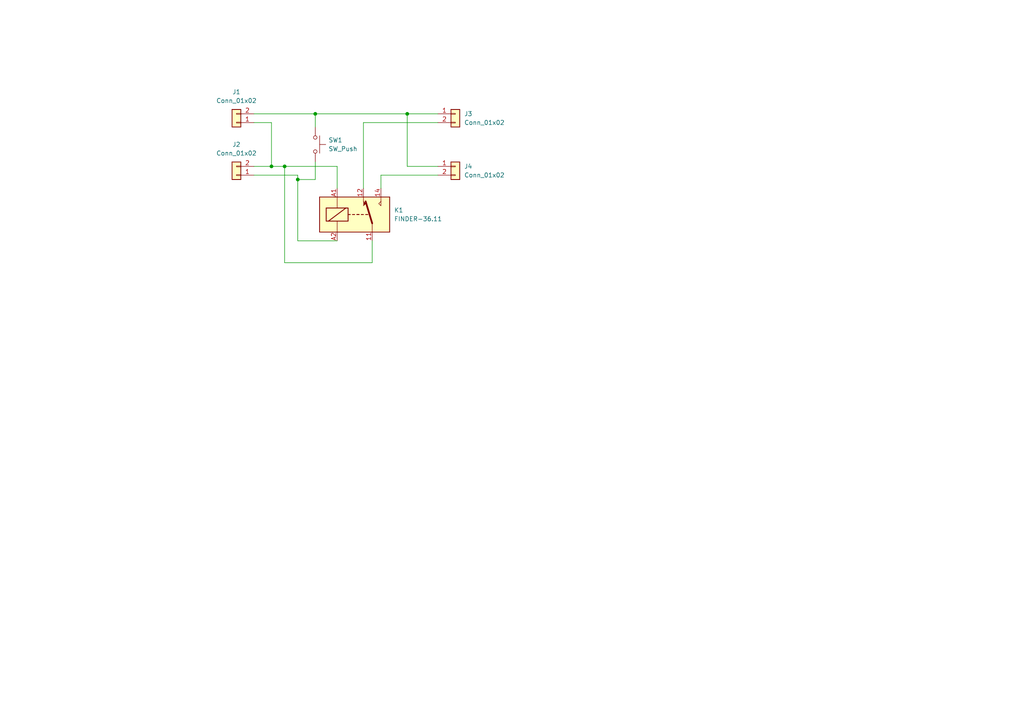
<source format=kicad_sch>
(kicad_sch (version 20211123) (generator eeschema)
  (paper "A4")
  (lib_symbols
    (symbol "RCAS_Connectors_Generic:Conn_01x02" (pin_names (offset 1.016) hide)
      (property "Reference" "J" (at 0 2.54 0))
      (property "Value" "Conn_01x02" (at 0 -5.08 0))
      (symbol "Conn_01x02_1_1"
        (rectangle (start -1.27 -2.413) (end 0 -2.667) (stroke (width 0.1524)))
        (rectangle (start -1.27 0.127) (end 0 -0.127) (stroke (width 0.1524)))
        (rectangle (start -1.27 1.27) (end 1.27 -3.81) (stroke (width 0.254)) (fill (type background)))
        (pin passive line (at -5.08 0 0) (length 3.81) (name "Pin_1") (number "1"))
        (pin passive line (at -5.08 -2.54 0) (length 3.81) (name "Pin_2") (number "2"))
      )
    )
    (symbol "RCAS_Switches:SW_Push" (pin_numbers hide) (pin_names (offset 1.016) hide)
      (property "Reference" "SW" (at 1.27 2.54 0))
      (property "Value" "SW_Push" (at 0 -1.524 0))
      (symbol "SW_Push_0_1"
        (circle (center -2.032 0) (radius 0.508))
        (polyline (pts (xy 0 1.27) (xy 0 3.048)))
        (polyline (pts (xy 2.54 1.27) (xy -2.54 1.27)))
        (circle (center 2.032 0) (radius 0.508))
        (pin passive line (at -5.08 0 0) (length 2.54) (name "1") (number "1"))
        (pin passive line (at 5.08 0 180) (length 2.54) (name "2") (number "2"))
      )
    )
    (symbol "Relay:FINDER-36.11"
      (property "Reference" "K" (at 11.43 3.81 0))
      (property "Value" "FINDER-36.11" (at 11.43 1.27 0))
      (symbol "FINDER-36.11_0_0"
        (polyline (pts (xy 2.54 3.81) (xy 2.54 5.08)))
        (polyline (pts (xy 7.62 3.81) (xy 7.62 5.08)))
        (polyline (pts (xy 7.62 3.81) (xy 7.62 2.54) (xy 6.985 3.175) (xy 7.62 3.81)))
      )
      (symbol "FINDER-36.11_0_1"
        (rectangle (start -10.16 5.08) (end 10.16 -5.08) (stroke (width 0.254)) (fill (type background)))
        (rectangle (start -8.255 1.905) (end -1.905 -1.905) (stroke (width 0.254)))
        (polyline (pts (xy -7.62 -1.905) (xy -2.54 1.905)) (stroke (width 0.254)))
        (polyline (pts (xy -5.08 -5.08) (xy -5.08 -1.905)))
        (polyline (pts (xy -5.08 5.08) (xy -5.08 1.905)))
        (polyline (pts (xy -1.905 0) (xy -1.27 0)) (stroke (width 0.254)))
        (polyline (pts (xy -0.635 0) (xy 0 0)) (stroke (width 0.254)))
        (polyline (pts (xy 0.635 0) (xy 1.27 0)) (stroke (width 0.254)))
        (polyline (pts (xy 0.635 0) (xy 1.27 0)) (stroke (width 0.254)))
        (polyline (pts (xy 1.905 0) (xy 2.54 0)) (stroke (width 0.254)))
        (polyline (pts (xy 3.175 0) (xy 3.81 0)) (stroke (width 0.254)))
        (polyline (pts (xy 5.08 -2.54) (xy 3.175 3.81)) (stroke (width 0.508)))
        (polyline (pts (xy 5.08 -2.54) (xy 5.08 -5.08)))
        (polyline (pts (xy 2.54 2.54) (xy 3.175 3.175) (xy 2.54 3.81)) (fill (type outline)))
      )
      (symbol "FINDER-36.11_1_1"
        (pin passive line (at 5.08 -7.62 90) (length 2.54) (name "~") (number "11"))
        (pin passive line (at 2.54 7.62 270) (length 2.54) (name "~") (number "12"))
        (pin passive line (at 7.62 7.62 270) (length 2.54) (name "~") (number "14"))
        (pin passive line (at -5.08 7.62 270) (length 2.54) (name "~") (number "A1"))
        (pin passive line (at -5.08 -7.62 90) (length 2.54) (name "~") (number "A2"))
      )
    )
  )
  (junction (at 78.74 48.26))
  (junction (at 91.44 33.02))
  (junction (at 82.55 48.26))
  (junction (at 118.11 33.02))
  (junction (at 86.36 52.07))
  (wire (pts (xy 86.36 52.07) (xy 86.36 50.8)))
  (wire (pts (xy 73.66 48.26) (xy 78.74 48.26)))
  (wire (pts (xy 118.11 33.02) (xy 118.11 48.26)))
  (wire (pts (xy 82.55 76.2) (xy 107.95 76.2)))
  (wire (pts (xy 107.95 76.2) (xy 107.95 69.85)))
  (wire (pts (xy 82.55 48.26) (xy 97.79 48.26)))
  (wire (pts (xy 118.11 48.26) (xy 127 48.26)))
  (wire (pts (xy 97.79 69.85) (xy 86.36 69.85)))
  (wire (pts (xy 110.49 50.8) (xy 110.49 54.61)))
  (wire (pts (xy 86.36 52.07) (xy 91.44 52.07)))
  (wire (pts (xy 86.36 69.85) (xy 86.36 52.07)))
  (wire (pts (xy 97.79 48.26) (xy 97.79 54.61)))
  (wire (pts (xy 78.74 48.26) (xy 82.55 48.26)))
  (wire (pts (xy 73.66 35.56) (xy 78.74 35.56)))
  (wire (pts (xy 91.44 33.02) (xy 91.44 36.83)))
  (wire (pts (xy 82.55 48.26) (xy 82.55 76.2)))
  (wire (pts (xy 105.41 35.56) (xy 127 35.56)))
  (wire (pts (xy 78.74 35.56) (xy 78.74 48.26)))
  (wire (pts (xy 118.11 33.02) (xy 127 33.02)))
  (wire (pts (xy 91.44 33.02) (xy 118.11 33.02)))
  (wire (pts (xy 105.41 54.61) (xy 105.41 35.56)))
  (wire (pts (xy 73.66 33.02) (xy 91.44 33.02)))
  (wire (pts (xy 127 50.8) (xy 110.49 50.8)))
  (wire (pts (xy 73.66 50.8) (xy 86.36 50.8)))
  (wire (pts (xy 91.44 46.99) (xy 91.44 52.07)))
  (symbol (lib_id "RCAS_Connectors_Generic:Conn_01x02") (at 132.08 48.26 0) (unit 1)
    (property "Reference" "J4" (at 134.62 48.2599 0) (effects (justify left)))
    (property "Value" "Conn_01x02" (at 134.62 50.7999 0) (effects (justify left)))
  )
  (symbol (lib_id "RCAS_Connectors_Generic:Conn_01x02") (at 132.08 33.02 0) (unit 1)
    (property "Reference" "J3" (at 134.62 33.0199 0) (effects (justify left)))
    (property "Value" "Conn_01x02" (at 134.62 35.5599 0) (effects (justify left)))
  )
  (symbol (lib_id "RCAS_Connectors_Generic:Conn_01x02") (at 68.58 35.56 180) (unit 1)
    (property "Reference" "J1" (at 68.58 26.67 0))
    (property "Value" "Conn_01x02" (at 68.58 29.21 0))
  )
  (symbol (lib_id "RCAS_Switches:SW_Push") (at 91.44 41.91 270) (unit 1)
    (property "Reference" "SW1" (at 95.25 40.6399 90) (effects (justify left)))
    (property "Value" "SW_Push" (at 95.25 43.1799 90) (effects (justify left)))
  )
  (symbol (lib_id "Relay:FINDER-36.11") (at 102.87 62.23 0) (unit 1)
    (property "Reference" "K1" (at 114.3 60.9599 0) (effects (justify left)))
    (property "Value" "FINDER-36.11" (at 114.3 63.4999 0) (effects (justify left)))
    (property "Footprint" "Relay_THT:Relay_SPDT_Finder_36.11" (effects hide))
    (property "Datasheet" "https://gfinder.findernet.com/public/attachments/36/EN/S36EN.pdf" (effects hide))
  )
  (symbol (lib_id "RCAS_Connectors_Generic:Conn_01x02") (at 68.58 50.8 180) (unit 1)
    (property "Reference" "J2" (at 68.58 41.91 0))
    (property "Value" "Conn_01x02" (at 68.58 44.45 0))
  )
)
</source>
